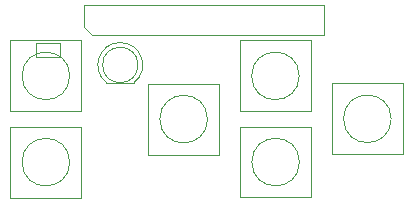
<source format=gbr>
G04 #@! TF.GenerationSoftware,KiCad,Pcbnew,(5.1.7)-1*
G04 #@! TF.CreationDate,2023-01-25T18:29:27-07:00*
G04 #@! TF.ProjectId,Buttons,42757474-6f6e-4732-9e6b-696361645f70,rev?*
G04 #@! TF.SameCoordinates,PX7b89fa0PY567a2f0*
G04 #@! TF.FileFunction,Other,Fab,Top*
%FSLAX46Y46*%
G04 Gerber Fmt 4.6, Leading zero omitted, Abs format (unit mm)*
G04 Created by KiCad (PCBNEW (5.1.7)-1) date 2023-01-25 18:29:27*
%MOMM*%
%LPD*%
G01*
G04 APERTURE LIST*
%ADD10C,0.100000*%
G04 APERTURE END LIST*
D10*
X9398000Y15875000D02*
X9398000Y17780000D01*
X9398000Y17780000D02*
X29718000Y17780000D01*
X29718000Y17780000D02*
X29718000Y15240000D01*
X29718000Y15240000D02*
X10033000Y15240000D01*
X10033000Y15240000D02*
X9398000Y15875000D01*
X8163564Y11775000D02*
G75*
G03*
X8163564Y11775000I-2015564J0D01*
G01*
X3148000Y14775000D02*
X6148000Y14775000D01*
X3148000Y8775000D02*
X3148000Y14775000D01*
X9148000Y8775000D02*
X3148000Y8775000D01*
X9148000Y14775000D02*
X9148000Y8775000D01*
X6148000Y14775000D02*
X9148000Y14775000D01*
X6148000Y1472500D02*
X3148000Y1472500D01*
X3148000Y1472500D02*
X3148000Y7472500D01*
X3148000Y7472500D02*
X9148000Y7472500D01*
X9148000Y7472500D02*
X9148000Y1472500D01*
X9148000Y1472500D02*
X6148000Y1472500D01*
X8163564Y4472500D02*
G75*
G03*
X8163564Y4472500I-2015564J0D01*
G01*
X27594564Y11775000D02*
G75*
G03*
X27594564Y11775000I-2015564J0D01*
G01*
X28579000Y8775000D02*
X25579000Y8775000D01*
X28579000Y14775000D02*
X28579000Y8775000D01*
X22579000Y14775000D02*
X28579000Y14775000D01*
X22579000Y8775000D02*
X22579000Y14775000D01*
X25579000Y8775000D02*
X22579000Y8775000D01*
X20816000Y8116500D02*
X20816000Y5116500D01*
X20816000Y5116500D02*
X14816000Y5116500D01*
X14816000Y5116500D02*
X14816000Y11116500D01*
X14816000Y11116500D02*
X20816000Y11116500D01*
X20816000Y11116500D02*
X20816000Y8116500D01*
X19831564Y8116500D02*
G75*
G03*
X19831564Y8116500I-2015564J0D01*
G01*
X25602000Y7481000D02*
X28602000Y7481000D01*
X28602000Y7481000D02*
X28602000Y1481000D01*
X28602000Y1481000D02*
X22602000Y1481000D01*
X22602000Y1481000D02*
X22602000Y7481000D01*
X22602000Y7481000D02*
X25602000Y7481000D01*
X27617564Y4481000D02*
G75*
G03*
X27617564Y4481000I-2015564J0D01*
G01*
X35380564Y8139500D02*
G75*
G03*
X35380564Y8139500I-2015564J0D01*
G01*
X30365000Y5139500D02*
X30365000Y8139500D01*
X36365000Y5139500D02*
X30365000Y5139500D01*
X36365000Y11139500D02*
X36365000Y5139500D01*
X30365000Y11139500D02*
X36365000Y11139500D01*
X30365000Y8139500D02*
X30365000Y11139500D01*
X13946000Y12700000D02*
G75*
G03*
X13946000Y12700000I-1500000J0D01*
G01*
X11279810Y11200000D02*
X13612190Y11200000D01*
X13611476Y11199445D02*
G75*
G03*
X11279810Y11200000I-1165476J1500555D01*
G01*
X5350000Y13345000D02*
X5350000Y14595000D01*
X5350000Y14595000D02*
X7350000Y14595000D01*
X7350000Y14595000D02*
X7350000Y13345000D01*
X7350000Y13345000D02*
X5350000Y13345000D01*
M02*

</source>
